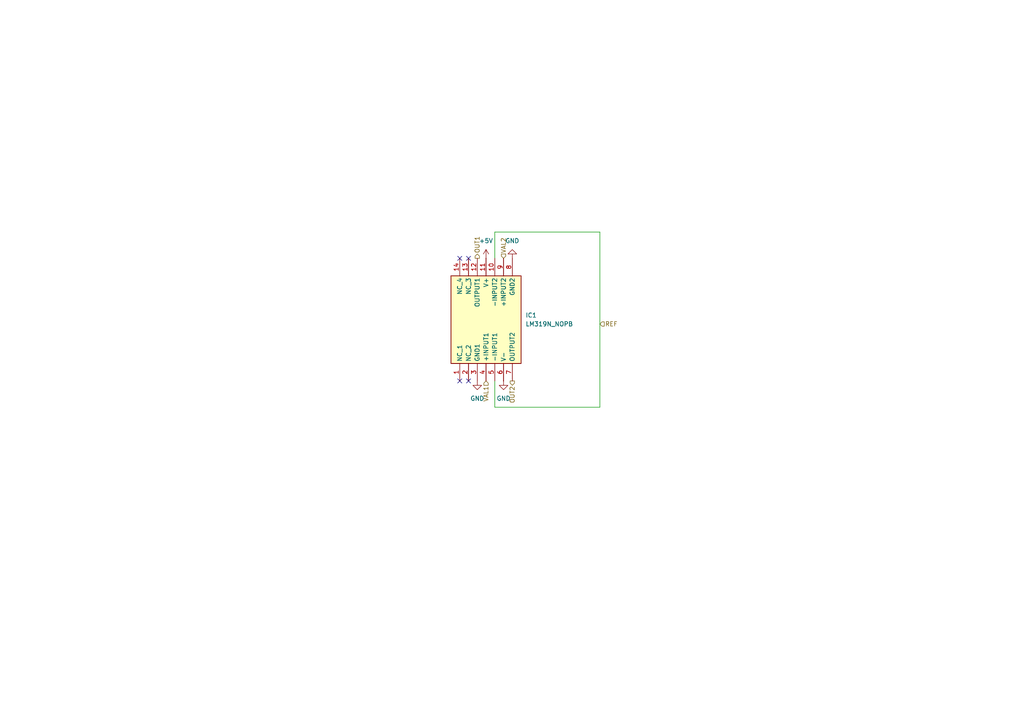
<source format=kicad_sch>
(kicad_sch (version 20231120) (generator "eeschema") (generator_version "8.0")
  (paper "A4")
  (lib_symbols
    (symbol "ANALOG_COMP:LM319N_NOPB"
      (property "Reference" "IC" (at 31.75 7.62 0))
      (property "Value" "LM319N_NOPB" (at 31.75 5.08 0))
      (symbol "LM319N_NOPB_1_1"
        (rectangle (start 5.08 2.54) (end 30.48 -17.78) (stroke (width 0.254)) (fill (type background)))
        (pin passive line (at 0 0 0) (length 5.08) (name "NC_1") (number "1"))
        (pin passive line (at 35.56 -10.16 180) (length 5.08) (name "-INPUT2") (number "10"))
        (pin passive line (at 35.56 -7.62 180) (length 5.08) (name "V+") (number "11"))
        (pin passive line (at 35.56 -5.08 180) (length 5.08) (name "OUTPUT1") (number "12"))
        (pin passive line (at 35.56 -2.54 180) (length 5.08) (name "NC_3") (number "13"))
        (pin passive line (at 35.56 0 180) (length 5.08) (name "NC_4") (number "14"))
        (pin passive line (at 0 -2.54 0) (length 5.08) (name "NC_2") (number "2"))
        (pin passive line (at 0 -5.08 0) (length 5.08) (name "GND1") (number "3"))
        (pin passive line (at 0 -7.62 0) (length 5.08) (name "+INPUT1") (number "4"))
        (pin passive line (at 0 -10.16 0) (length 5.08) (name "-INPUT1") (number "5"))
        (pin passive line (at 0 -12.7 0) (length 5.08) (name "V-") (number "6"))
        (pin passive line (at 0 -15.24 0) (length 5.08) (name "OUTPUT2") (number "7"))
        (pin passive line (at 35.56 -15.24 180) (length 5.08) (name "GND2") (number "8"))
        (pin passive line (at 35.56 -12.7 180) (length 5.08) (name "+INPUT2") (number "9"))
      )
    )
    (symbol "power:+5V" (power) (pin_numbers hide) (pin_names (offset 0) hide)
      (property "Value" "+5V" (at 0 3.556 0))
      (symbol "+5V_0_1"
        (polyline (pts (xy -0.762 1.27) (xy 0 2.54)))
        (polyline (pts (xy 0 0) (xy 0 2.54)))
        (polyline (pts (xy 0 2.54) (xy 0.762 1.27)))
      )
      (symbol "+5V_1_1"
        (pin power_in line (at 0 0 90) (length 0) (name "~") (number "1"))
      )
    )
    (symbol "power:GND" (power) (pin_numbers hide) (pin_names (offset 0) hide)
      (property "Value" "GND" (at 0 -3.81 0))
      (symbol "GND_0_1"
        (polyline (pts (xy 0 0) (xy 0 -1.27) (xy 1.27 -1.27) (xy 0 -2.54) (xy -1.27 -1.27) (xy 0 -1.27)))
      )
      (symbol "GND_1_1"
        (pin power_in line (at 0 0 270) (length 0) (name "~") (number "1"))
      )
    )
  )
  (no_connect (at 135.89 74.93))
  (no_connect (at 135.89 110.49))
  (no_connect (at 133.35 110.49))
  (no_connect (at 133.35 74.93))
  (wire (pts (xy 173.99 67.31) (xy 173.99 118.11)))
  (wire (pts (xy 143.51 67.31) (xy 143.51 74.93)))
  (wire (pts (xy 143.51 110.49) (xy 143.51 118.11)))
  (wire (pts (xy 173.99 67.31) (xy 143.51 67.31)))
  (wire (pts (xy 143.51 118.11) (xy 173.99 118.11)))
  (hierarchical_label "REF" (shape input) (at 173.99 93.98 0))
  (hierarchical_label "OUT2" (shape output) (at 148.59 110.49 270))
  (hierarchical_label "VAL1" (shape input) (at 140.97 110.49 270))
  (hierarchical_label "VAL2" (shape input) (at 146.05 74.93 90))
  (hierarchical_label "OUT1" (shape output) (at 138.43 74.93 90))
  (symbol (lib_id "power:GND") (at 138.43 110.49 0) (unit 1)
    (property "Reference" "#PWR040" (effects (hide yes)))
    (property "Value" "GND" (at 138.43 115.57 0))
    (property "Description" "Power symbol creates a global label with name \"GND\" , ground" (effects (hide yes)))
  )
  (symbol (lib_id "power:GND") (at 148.59 74.93 180) (unit 1)
    (property "Reference" "#PWR039" (effects (hide yes)))
    (property "Value" "GND" (at 148.59 69.85 0))
    (property "Description" "Power symbol creates a global label with name \"GND\" , ground" (effects (hide yes)))
  )
  (symbol (lib_id "power:+5V") (at 140.97 74.93 0) (unit 1)
    (property "Reference" "#PWR042" (effects (hide yes)))
    (property "Value" "+5V" (at 140.97 69.85 0))
    (property "Description" "Power symbol creates a global label with name \"+5V\"" (effects (hide yes)))
  )
  (symbol (lib_id "ANALOG_COMP:LM319N_NOPB") (at 133.35 110.49 90) (unit 1)
    (property "Reference" "IC1" (at 152.4 91.4399 90) (effects (justify right)))
    (property "Value" "LM319N_NOPB" (at 152.4 93.9799 90) (effects (justify right)))
    (property "Footprint" "DIP794W56P254L1905H533Q14N" (effects (hide yes)))
    (property "Datasheet" "http://www.ti.com/lit/gpn/LM319-N" (effects (hide yes)))
    (property "Description" "IC,Comparator,dual,DIP14,LM319N/NOPB" (effects (hide yes)))
    (property "Height" "5.334" (effects (hide yes)))
    (property "Mouser Part Number" "926-LM319N/NOPB" (effects (hide yes)))
    (property "Mouser Price/Stock" "https://www.mouser.co.uk/ProductDetail/Texas-Instruments/LM319N-NOPB?qs=X1J7HmVL2ZFdJysu8dbOsA%3D%3D" (effects (hide yes)))
    (property "Manufacturer_Name" "Texas Instruments" (effects (hide yes)))
    (property "Manufacturer_Part_Number" "LM319N/NOPB" (effects (hide yes)))
  )
  (symbol (lib_id "power:GND") (at 146.05 110.49 0) (unit 1)
    (property "Reference" "#PWR041" (effects (hide yes)))
    (property "Value" "GND" (at 146.05 115.57 0))
    (property "Description" "Power symbol creates a global label with name \"GND\" , ground" (effects (hide yes)))
  )
)
</source>
